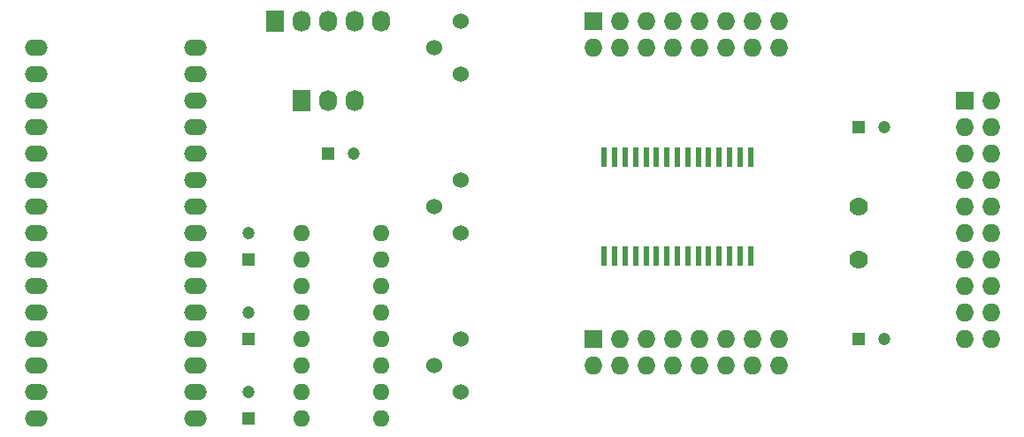
<source format=gts>
G04 #@! TF.FileFunction,Soldermask,Top*
%FSLAX46Y46*%
G04 Gerber Fmt 4.6, Leading zero omitted, Abs format (unit mm)*
G04 Created by KiCad (PCBNEW 4.0.5) date 12/27/16 23:39:24*
%MOMM*%
%LPD*%
G01*
G04 APERTURE LIST*
%ADD10C,0.100000*%
%ADD11R,1.200000X1.200000*%
%ADD12C,1.200000*%
%ADD13O,2.199640X1.524000*%
%ADD14O,2.197100X1.524000*%
%ADD15R,1.727200X2.032000*%
%ADD16O,1.727200X2.032000*%
%ADD17R,1.727200X1.727200*%
%ADD18O,1.727200X1.727200*%
%ADD19C,1.524000*%
%ADD20O,1.600000X1.600000*%
%ADD21R,0.550000X1.925000*%
%ADD22C,1.778000*%
G04 APERTURE END LIST*
D10*
D11*
X73660000Y-68580000D03*
D12*
X73660000Y-66080000D03*
D11*
X73660000Y-76200000D03*
D12*
X73660000Y-73700000D03*
D11*
X81280000Y-58420000D03*
D12*
X83780000Y-58420000D03*
D11*
X73660000Y-83820000D03*
D12*
X73660000Y-81320000D03*
D11*
X132080000Y-55880000D03*
D12*
X134580000Y-55880000D03*
D11*
X132080000Y-76200000D03*
D12*
X134580000Y-76200000D03*
D13*
X68580000Y-83820000D03*
X68580000Y-81280000D03*
X68580000Y-78740000D03*
X68580000Y-76200000D03*
X68580000Y-73660000D03*
X68580000Y-71120000D03*
X68580000Y-68580000D03*
X68580000Y-66040000D03*
X68580000Y-63500000D03*
X68580000Y-60960000D03*
X68580000Y-58420000D03*
X68580000Y-55880000D03*
X68580000Y-53340000D03*
X68580000Y-50800000D03*
X68580000Y-48260000D03*
X53340000Y-48260000D03*
X53340000Y-50800000D03*
X53340000Y-53340000D03*
X53340000Y-55880000D03*
D14*
X53340000Y-58420000D03*
X53340000Y-60960000D03*
X53340000Y-63500000D03*
X53340000Y-66040000D03*
X53340000Y-68580000D03*
X53340000Y-71120000D03*
X53340000Y-73660000D03*
X53340000Y-76200000D03*
X53340000Y-78740000D03*
X53340000Y-81280000D03*
X53340000Y-83820000D03*
D15*
X78740000Y-53340000D03*
D16*
X81280000Y-53340000D03*
X83820000Y-53340000D03*
D17*
X142240000Y-53340000D03*
D18*
X144780000Y-53340000D03*
X142240000Y-55880000D03*
X144780000Y-55880000D03*
X142240000Y-58420000D03*
X144780000Y-58420000D03*
X142240000Y-60960000D03*
X144780000Y-60960000D03*
X142240000Y-63500000D03*
X144780000Y-63500000D03*
X142240000Y-66040000D03*
X144780000Y-66040000D03*
X142240000Y-68580000D03*
X144780000Y-68580000D03*
X142240000Y-71120000D03*
X144780000Y-71120000D03*
X142240000Y-73660000D03*
X144780000Y-73660000D03*
X142240000Y-76200000D03*
X144780000Y-76200000D03*
D15*
X76200000Y-45720000D03*
D16*
X78740000Y-45720000D03*
X81280000Y-45720000D03*
X83820000Y-45720000D03*
X86360000Y-45720000D03*
D17*
X106680000Y-76200000D03*
D18*
X106680000Y-78740000D03*
X109220000Y-76200000D03*
X109220000Y-78740000D03*
X111760000Y-76200000D03*
X111760000Y-78740000D03*
X114300000Y-76200000D03*
X114300000Y-78740000D03*
X116840000Y-76200000D03*
X116840000Y-78740000D03*
X119380000Y-76200000D03*
X119380000Y-78740000D03*
X121920000Y-76200000D03*
X121920000Y-78740000D03*
X124460000Y-76200000D03*
X124460000Y-78740000D03*
D17*
X106680000Y-45720000D03*
D18*
X106680000Y-48260000D03*
X109220000Y-45720000D03*
X109220000Y-48260000D03*
X111760000Y-45720000D03*
X111760000Y-48260000D03*
X114300000Y-45720000D03*
X114300000Y-48260000D03*
X116840000Y-45720000D03*
X116840000Y-48260000D03*
X119380000Y-45720000D03*
X119380000Y-48260000D03*
X121920000Y-45720000D03*
X121920000Y-48260000D03*
X124460000Y-45720000D03*
X124460000Y-48260000D03*
D19*
X91440000Y-48260000D03*
X93980000Y-45720000D03*
X93980000Y-50800000D03*
X91440000Y-63500000D03*
X93980000Y-60960000D03*
X93980000Y-66040000D03*
X91440000Y-78740000D03*
X93980000Y-76200000D03*
X93980000Y-81280000D03*
D20*
X78740000Y-66040000D03*
X78740000Y-68580000D03*
X78740000Y-71120000D03*
X78740000Y-73660000D03*
X78740000Y-76200000D03*
X78740000Y-78740000D03*
X78740000Y-81280000D03*
X78740000Y-83820000D03*
X86360000Y-83820000D03*
X86360000Y-81280000D03*
X86360000Y-78740000D03*
X86360000Y-76200000D03*
X86360000Y-73660000D03*
X86360000Y-71120000D03*
X86360000Y-68580000D03*
X86360000Y-66040000D03*
D21*
X107760000Y-68250000D03*
X108760000Y-68250000D03*
X109760000Y-68250000D03*
X110760000Y-68250000D03*
X111760000Y-68250000D03*
X112760000Y-68250000D03*
X113760000Y-68250000D03*
X114760000Y-68250000D03*
X115760000Y-68250000D03*
X116760000Y-68250000D03*
X117760000Y-68250000D03*
X118760000Y-68250000D03*
X119760000Y-68250000D03*
X120760000Y-68250000D03*
X121760000Y-68250000D03*
X121760000Y-58750000D03*
X120760000Y-58750000D03*
X119760000Y-58750000D03*
X118760000Y-58750000D03*
X117760000Y-58750000D03*
X116760000Y-58750000D03*
X115760000Y-58750000D03*
X114760000Y-58750000D03*
X113760000Y-58750000D03*
X112760000Y-58750000D03*
X111760000Y-58750000D03*
X110760000Y-58750000D03*
X109760000Y-58750000D03*
X108760000Y-58750000D03*
X107760000Y-58750000D03*
D22*
X132080000Y-63500000D03*
X132080000Y-68580000D03*
M02*

</source>
